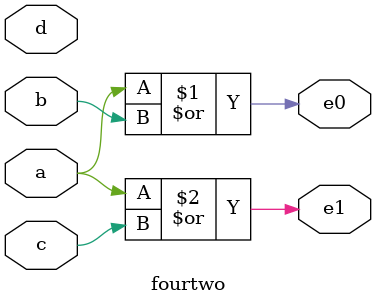
<source format=v>
`timescale 1ns / 1ps

module fourtwo(a, b, c, d, e0, e1);
   
   input a, b, c, d;
   
   output e0, e1;
   
    assign e0 = a|b;
    assign e1 = a|c;
   
endmodule

</source>
